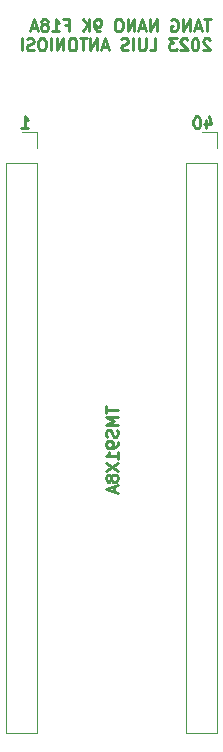
<source format=gbr>
%TF.GenerationSoftware,KiCad,Pcbnew,7.0.1*%
%TF.CreationDate,2023-05-22T13:15:01-07:00*%
%TF.ProjectId,tn9k_f18a,746e396b-5f66-4313-9861-2e6b69636164,rev?*%
%TF.SameCoordinates,Original*%
%TF.FileFunction,Legend,Bot*%
%TF.FilePolarity,Positive*%
%FSLAX46Y46*%
G04 Gerber Fmt 4.6, Leading zero omitted, Abs format (unit mm)*
G04 Created by KiCad (PCBNEW 7.0.1) date 2023-05-22 13:15:01*
%MOMM*%
%LPD*%
G01*
G04 APERTURE LIST*
%ADD10C,0.250000*%
%ADD11C,0.120000*%
G04 APERTURE END LIST*
D10*
X169259333Y-53363752D02*
X169259333Y-54030419D01*
X169497428Y-52982800D02*
X169735523Y-53697085D01*
X169735523Y-53697085D02*
X169116476Y-53697085D01*
X168545047Y-53030419D02*
X168449809Y-53030419D01*
X168449809Y-53030419D02*
X168354571Y-53078038D01*
X168354571Y-53078038D02*
X168306952Y-53125657D01*
X168306952Y-53125657D02*
X168259333Y-53220895D01*
X168259333Y-53220895D02*
X168211714Y-53411371D01*
X168211714Y-53411371D02*
X168211714Y-53649466D01*
X168211714Y-53649466D02*
X168259333Y-53839942D01*
X168259333Y-53839942D02*
X168306952Y-53935180D01*
X168306952Y-53935180D02*
X168354571Y-53982800D01*
X168354571Y-53982800D02*
X168449809Y-54030419D01*
X168449809Y-54030419D02*
X168545047Y-54030419D01*
X168545047Y-54030419D02*
X168640285Y-53982800D01*
X168640285Y-53982800D02*
X168687904Y-53935180D01*
X168687904Y-53935180D02*
X168735523Y-53839942D01*
X168735523Y-53839942D02*
X168783142Y-53649466D01*
X168783142Y-53649466D02*
X168783142Y-53411371D01*
X168783142Y-53411371D02*
X168735523Y-53220895D01*
X168735523Y-53220895D02*
X168687904Y-53125657D01*
X168687904Y-53125657D02*
X168640285Y-53078038D01*
X168640285Y-53078038D02*
X168545047Y-53030419D01*
X153619295Y-54030419D02*
X154190723Y-54030419D01*
X153905009Y-54030419D02*
X153905009Y-53030419D01*
X153905009Y-53030419D02*
X154000247Y-53173276D01*
X154000247Y-53173276D02*
X154095485Y-53268514D01*
X154095485Y-53268514D02*
X154190723Y-53316133D01*
X160802619Y-77565238D02*
X160802619Y-78136666D01*
X161802619Y-77850952D02*
X160802619Y-77850952D01*
X161802619Y-78470000D02*
X160802619Y-78470000D01*
X160802619Y-78470000D02*
X161516904Y-78803333D01*
X161516904Y-78803333D02*
X160802619Y-79136666D01*
X160802619Y-79136666D02*
X161802619Y-79136666D01*
X161755000Y-79565238D02*
X161802619Y-79708095D01*
X161802619Y-79708095D02*
X161802619Y-79946190D01*
X161802619Y-79946190D02*
X161755000Y-80041428D01*
X161755000Y-80041428D02*
X161707380Y-80089047D01*
X161707380Y-80089047D02*
X161612142Y-80136666D01*
X161612142Y-80136666D02*
X161516904Y-80136666D01*
X161516904Y-80136666D02*
X161421666Y-80089047D01*
X161421666Y-80089047D02*
X161374047Y-80041428D01*
X161374047Y-80041428D02*
X161326428Y-79946190D01*
X161326428Y-79946190D02*
X161278809Y-79755714D01*
X161278809Y-79755714D02*
X161231190Y-79660476D01*
X161231190Y-79660476D02*
X161183571Y-79612857D01*
X161183571Y-79612857D02*
X161088333Y-79565238D01*
X161088333Y-79565238D02*
X160993095Y-79565238D01*
X160993095Y-79565238D02*
X160897857Y-79612857D01*
X160897857Y-79612857D02*
X160850238Y-79660476D01*
X160850238Y-79660476D02*
X160802619Y-79755714D01*
X160802619Y-79755714D02*
X160802619Y-79993809D01*
X160802619Y-79993809D02*
X160850238Y-80136666D01*
X161802619Y-80612857D02*
X161802619Y-80803333D01*
X161802619Y-80803333D02*
X161755000Y-80898571D01*
X161755000Y-80898571D02*
X161707380Y-80946190D01*
X161707380Y-80946190D02*
X161564523Y-81041428D01*
X161564523Y-81041428D02*
X161374047Y-81089047D01*
X161374047Y-81089047D02*
X160993095Y-81089047D01*
X160993095Y-81089047D02*
X160897857Y-81041428D01*
X160897857Y-81041428D02*
X160850238Y-80993809D01*
X160850238Y-80993809D02*
X160802619Y-80898571D01*
X160802619Y-80898571D02*
X160802619Y-80708095D01*
X160802619Y-80708095D02*
X160850238Y-80612857D01*
X160850238Y-80612857D02*
X160897857Y-80565238D01*
X160897857Y-80565238D02*
X160993095Y-80517619D01*
X160993095Y-80517619D02*
X161231190Y-80517619D01*
X161231190Y-80517619D02*
X161326428Y-80565238D01*
X161326428Y-80565238D02*
X161374047Y-80612857D01*
X161374047Y-80612857D02*
X161421666Y-80708095D01*
X161421666Y-80708095D02*
X161421666Y-80898571D01*
X161421666Y-80898571D02*
X161374047Y-80993809D01*
X161374047Y-80993809D02*
X161326428Y-81041428D01*
X161326428Y-81041428D02*
X161231190Y-81089047D01*
X161802619Y-82041428D02*
X161802619Y-81470000D01*
X161802619Y-81755714D02*
X160802619Y-81755714D01*
X160802619Y-81755714D02*
X160945476Y-81660476D01*
X160945476Y-81660476D02*
X161040714Y-81565238D01*
X161040714Y-81565238D02*
X161088333Y-81470000D01*
X160802619Y-82374762D02*
X161802619Y-83041428D01*
X160802619Y-83041428D02*
X161802619Y-82374762D01*
X161231190Y-83565238D02*
X161183571Y-83470000D01*
X161183571Y-83470000D02*
X161135952Y-83422381D01*
X161135952Y-83422381D02*
X161040714Y-83374762D01*
X161040714Y-83374762D02*
X160993095Y-83374762D01*
X160993095Y-83374762D02*
X160897857Y-83422381D01*
X160897857Y-83422381D02*
X160850238Y-83470000D01*
X160850238Y-83470000D02*
X160802619Y-83565238D01*
X160802619Y-83565238D02*
X160802619Y-83755714D01*
X160802619Y-83755714D02*
X160850238Y-83850952D01*
X160850238Y-83850952D02*
X160897857Y-83898571D01*
X160897857Y-83898571D02*
X160993095Y-83946190D01*
X160993095Y-83946190D02*
X161040714Y-83946190D01*
X161040714Y-83946190D02*
X161135952Y-83898571D01*
X161135952Y-83898571D02*
X161183571Y-83850952D01*
X161183571Y-83850952D02*
X161231190Y-83755714D01*
X161231190Y-83755714D02*
X161231190Y-83565238D01*
X161231190Y-83565238D02*
X161278809Y-83470000D01*
X161278809Y-83470000D02*
X161326428Y-83422381D01*
X161326428Y-83422381D02*
X161421666Y-83374762D01*
X161421666Y-83374762D02*
X161612142Y-83374762D01*
X161612142Y-83374762D02*
X161707380Y-83422381D01*
X161707380Y-83422381D02*
X161755000Y-83470000D01*
X161755000Y-83470000D02*
X161802619Y-83565238D01*
X161802619Y-83565238D02*
X161802619Y-83755714D01*
X161802619Y-83755714D02*
X161755000Y-83850952D01*
X161755000Y-83850952D02*
X161707380Y-83898571D01*
X161707380Y-83898571D02*
X161612142Y-83946190D01*
X161612142Y-83946190D02*
X161421666Y-83946190D01*
X161421666Y-83946190D02*
X161326428Y-83898571D01*
X161326428Y-83898571D02*
X161278809Y-83850952D01*
X161278809Y-83850952D02*
X161231190Y-83755714D01*
X161516904Y-84327143D02*
X161516904Y-84803333D01*
X161802619Y-84231905D02*
X160802619Y-84565238D01*
X160802619Y-84565238D02*
X161802619Y-84898571D01*
X169678361Y-44806419D02*
X169106933Y-44806419D01*
X169392647Y-45806419D02*
X169392647Y-44806419D01*
X168821218Y-45520704D02*
X168345028Y-45520704D01*
X168916456Y-45806419D02*
X168583123Y-44806419D01*
X168583123Y-44806419D02*
X168249790Y-45806419D01*
X167916456Y-45806419D02*
X167916456Y-44806419D01*
X167916456Y-44806419D02*
X167345028Y-45806419D01*
X167345028Y-45806419D02*
X167345028Y-44806419D01*
X166345028Y-44854038D02*
X166440266Y-44806419D01*
X166440266Y-44806419D02*
X166583123Y-44806419D01*
X166583123Y-44806419D02*
X166725980Y-44854038D01*
X166725980Y-44854038D02*
X166821218Y-44949276D01*
X166821218Y-44949276D02*
X166868837Y-45044514D01*
X166868837Y-45044514D02*
X166916456Y-45234990D01*
X166916456Y-45234990D02*
X166916456Y-45377847D01*
X166916456Y-45377847D02*
X166868837Y-45568323D01*
X166868837Y-45568323D02*
X166821218Y-45663561D01*
X166821218Y-45663561D02*
X166725980Y-45758800D01*
X166725980Y-45758800D02*
X166583123Y-45806419D01*
X166583123Y-45806419D02*
X166487885Y-45806419D01*
X166487885Y-45806419D02*
X166345028Y-45758800D01*
X166345028Y-45758800D02*
X166297409Y-45711180D01*
X166297409Y-45711180D02*
X166297409Y-45377847D01*
X166297409Y-45377847D02*
X166487885Y-45377847D01*
X165106932Y-45806419D02*
X165106932Y-44806419D01*
X165106932Y-44806419D02*
X164535504Y-45806419D01*
X164535504Y-45806419D02*
X164535504Y-44806419D01*
X164106932Y-45520704D02*
X163630742Y-45520704D01*
X164202170Y-45806419D02*
X163868837Y-44806419D01*
X163868837Y-44806419D02*
X163535504Y-45806419D01*
X163202170Y-45806419D02*
X163202170Y-44806419D01*
X163202170Y-44806419D02*
X162630742Y-45806419D01*
X162630742Y-45806419D02*
X162630742Y-44806419D01*
X161964075Y-44806419D02*
X161773599Y-44806419D01*
X161773599Y-44806419D02*
X161678361Y-44854038D01*
X161678361Y-44854038D02*
X161583123Y-44949276D01*
X161583123Y-44949276D02*
X161535504Y-45139752D01*
X161535504Y-45139752D02*
X161535504Y-45473085D01*
X161535504Y-45473085D02*
X161583123Y-45663561D01*
X161583123Y-45663561D02*
X161678361Y-45758800D01*
X161678361Y-45758800D02*
X161773599Y-45806419D01*
X161773599Y-45806419D02*
X161964075Y-45806419D01*
X161964075Y-45806419D02*
X162059313Y-45758800D01*
X162059313Y-45758800D02*
X162154551Y-45663561D01*
X162154551Y-45663561D02*
X162202170Y-45473085D01*
X162202170Y-45473085D02*
X162202170Y-45139752D01*
X162202170Y-45139752D02*
X162154551Y-44949276D01*
X162154551Y-44949276D02*
X162059313Y-44854038D01*
X162059313Y-44854038D02*
X161964075Y-44806419D01*
X160297408Y-45806419D02*
X160106932Y-45806419D01*
X160106932Y-45806419D02*
X160011694Y-45758800D01*
X160011694Y-45758800D02*
X159964075Y-45711180D01*
X159964075Y-45711180D02*
X159868837Y-45568323D01*
X159868837Y-45568323D02*
X159821218Y-45377847D01*
X159821218Y-45377847D02*
X159821218Y-44996895D01*
X159821218Y-44996895D02*
X159868837Y-44901657D01*
X159868837Y-44901657D02*
X159916456Y-44854038D01*
X159916456Y-44854038D02*
X160011694Y-44806419D01*
X160011694Y-44806419D02*
X160202170Y-44806419D01*
X160202170Y-44806419D02*
X160297408Y-44854038D01*
X160297408Y-44854038D02*
X160345027Y-44901657D01*
X160345027Y-44901657D02*
X160392646Y-44996895D01*
X160392646Y-44996895D02*
X160392646Y-45234990D01*
X160392646Y-45234990D02*
X160345027Y-45330228D01*
X160345027Y-45330228D02*
X160297408Y-45377847D01*
X160297408Y-45377847D02*
X160202170Y-45425466D01*
X160202170Y-45425466D02*
X160011694Y-45425466D01*
X160011694Y-45425466D02*
X159916456Y-45377847D01*
X159916456Y-45377847D02*
X159868837Y-45330228D01*
X159868837Y-45330228D02*
X159821218Y-45234990D01*
X159392646Y-45806419D02*
X159392646Y-44806419D01*
X158821218Y-45806419D02*
X159249789Y-45234990D01*
X158821218Y-44806419D02*
X159392646Y-45377847D01*
X157297408Y-45282609D02*
X157630741Y-45282609D01*
X157630741Y-45806419D02*
X157630741Y-44806419D01*
X157630741Y-44806419D02*
X157154551Y-44806419D01*
X156249789Y-45806419D02*
X156821217Y-45806419D01*
X156535503Y-45806419D02*
X156535503Y-44806419D01*
X156535503Y-44806419D02*
X156630741Y-44949276D01*
X156630741Y-44949276D02*
X156725979Y-45044514D01*
X156725979Y-45044514D02*
X156821217Y-45092133D01*
X155678360Y-45234990D02*
X155773598Y-45187371D01*
X155773598Y-45187371D02*
X155821217Y-45139752D01*
X155821217Y-45139752D02*
X155868836Y-45044514D01*
X155868836Y-45044514D02*
X155868836Y-44996895D01*
X155868836Y-44996895D02*
X155821217Y-44901657D01*
X155821217Y-44901657D02*
X155773598Y-44854038D01*
X155773598Y-44854038D02*
X155678360Y-44806419D01*
X155678360Y-44806419D02*
X155487884Y-44806419D01*
X155487884Y-44806419D02*
X155392646Y-44854038D01*
X155392646Y-44854038D02*
X155345027Y-44901657D01*
X155345027Y-44901657D02*
X155297408Y-44996895D01*
X155297408Y-44996895D02*
X155297408Y-45044514D01*
X155297408Y-45044514D02*
X155345027Y-45139752D01*
X155345027Y-45139752D02*
X155392646Y-45187371D01*
X155392646Y-45187371D02*
X155487884Y-45234990D01*
X155487884Y-45234990D02*
X155678360Y-45234990D01*
X155678360Y-45234990D02*
X155773598Y-45282609D01*
X155773598Y-45282609D02*
X155821217Y-45330228D01*
X155821217Y-45330228D02*
X155868836Y-45425466D01*
X155868836Y-45425466D02*
X155868836Y-45615942D01*
X155868836Y-45615942D02*
X155821217Y-45711180D01*
X155821217Y-45711180D02*
X155773598Y-45758800D01*
X155773598Y-45758800D02*
X155678360Y-45806419D01*
X155678360Y-45806419D02*
X155487884Y-45806419D01*
X155487884Y-45806419D02*
X155392646Y-45758800D01*
X155392646Y-45758800D02*
X155345027Y-45711180D01*
X155345027Y-45711180D02*
X155297408Y-45615942D01*
X155297408Y-45615942D02*
X155297408Y-45425466D01*
X155297408Y-45425466D02*
X155345027Y-45330228D01*
X155345027Y-45330228D02*
X155392646Y-45282609D01*
X155392646Y-45282609D02*
X155487884Y-45234990D01*
X154916455Y-45520704D02*
X154440265Y-45520704D01*
X155011693Y-45806419D02*
X154678360Y-44806419D01*
X154678360Y-44806419D02*
X154345027Y-45806419D01*
X169583123Y-46521657D02*
X169535504Y-46474038D01*
X169535504Y-46474038D02*
X169440266Y-46426419D01*
X169440266Y-46426419D02*
X169202171Y-46426419D01*
X169202171Y-46426419D02*
X169106933Y-46474038D01*
X169106933Y-46474038D02*
X169059314Y-46521657D01*
X169059314Y-46521657D02*
X169011695Y-46616895D01*
X169011695Y-46616895D02*
X169011695Y-46712133D01*
X169011695Y-46712133D02*
X169059314Y-46854990D01*
X169059314Y-46854990D02*
X169630742Y-47426419D01*
X169630742Y-47426419D02*
X169011695Y-47426419D01*
X168392647Y-46426419D02*
X168297409Y-46426419D01*
X168297409Y-46426419D02*
X168202171Y-46474038D01*
X168202171Y-46474038D02*
X168154552Y-46521657D01*
X168154552Y-46521657D02*
X168106933Y-46616895D01*
X168106933Y-46616895D02*
X168059314Y-46807371D01*
X168059314Y-46807371D02*
X168059314Y-47045466D01*
X168059314Y-47045466D02*
X168106933Y-47235942D01*
X168106933Y-47235942D02*
X168154552Y-47331180D01*
X168154552Y-47331180D02*
X168202171Y-47378800D01*
X168202171Y-47378800D02*
X168297409Y-47426419D01*
X168297409Y-47426419D02*
X168392647Y-47426419D01*
X168392647Y-47426419D02*
X168487885Y-47378800D01*
X168487885Y-47378800D02*
X168535504Y-47331180D01*
X168535504Y-47331180D02*
X168583123Y-47235942D01*
X168583123Y-47235942D02*
X168630742Y-47045466D01*
X168630742Y-47045466D02*
X168630742Y-46807371D01*
X168630742Y-46807371D02*
X168583123Y-46616895D01*
X168583123Y-46616895D02*
X168535504Y-46521657D01*
X168535504Y-46521657D02*
X168487885Y-46474038D01*
X168487885Y-46474038D02*
X168392647Y-46426419D01*
X167678361Y-46521657D02*
X167630742Y-46474038D01*
X167630742Y-46474038D02*
X167535504Y-46426419D01*
X167535504Y-46426419D02*
X167297409Y-46426419D01*
X167297409Y-46426419D02*
X167202171Y-46474038D01*
X167202171Y-46474038D02*
X167154552Y-46521657D01*
X167154552Y-46521657D02*
X167106933Y-46616895D01*
X167106933Y-46616895D02*
X167106933Y-46712133D01*
X167106933Y-46712133D02*
X167154552Y-46854990D01*
X167154552Y-46854990D02*
X167725980Y-47426419D01*
X167725980Y-47426419D02*
X167106933Y-47426419D01*
X166773599Y-46426419D02*
X166154552Y-46426419D01*
X166154552Y-46426419D02*
X166487885Y-46807371D01*
X166487885Y-46807371D02*
X166345028Y-46807371D01*
X166345028Y-46807371D02*
X166249790Y-46854990D01*
X166249790Y-46854990D02*
X166202171Y-46902609D01*
X166202171Y-46902609D02*
X166154552Y-46997847D01*
X166154552Y-46997847D02*
X166154552Y-47235942D01*
X166154552Y-47235942D02*
X166202171Y-47331180D01*
X166202171Y-47331180D02*
X166249790Y-47378800D01*
X166249790Y-47378800D02*
X166345028Y-47426419D01*
X166345028Y-47426419D02*
X166630742Y-47426419D01*
X166630742Y-47426419D02*
X166725980Y-47378800D01*
X166725980Y-47378800D02*
X166773599Y-47331180D01*
X164487885Y-47426419D02*
X164964075Y-47426419D01*
X164964075Y-47426419D02*
X164964075Y-46426419D01*
X164154551Y-46426419D02*
X164154551Y-47235942D01*
X164154551Y-47235942D02*
X164106932Y-47331180D01*
X164106932Y-47331180D02*
X164059313Y-47378800D01*
X164059313Y-47378800D02*
X163964075Y-47426419D01*
X163964075Y-47426419D02*
X163773599Y-47426419D01*
X163773599Y-47426419D02*
X163678361Y-47378800D01*
X163678361Y-47378800D02*
X163630742Y-47331180D01*
X163630742Y-47331180D02*
X163583123Y-47235942D01*
X163583123Y-47235942D02*
X163583123Y-46426419D01*
X163106932Y-47426419D02*
X163106932Y-46426419D01*
X162678361Y-47378800D02*
X162535504Y-47426419D01*
X162535504Y-47426419D02*
X162297409Y-47426419D01*
X162297409Y-47426419D02*
X162202171Y-47378800D01*
X162202171Y-47378800D02*
X162154552Y-47331180D01*
X162154552Y-47331180D02*
X162106933Y-47235942D01*
X162106933Y-47235942D02*
X162106933Y-47140704D01*
X162106933Y-47140704D02*
X162154552Y-47045466D01*
X162154552Y-47045466D02*
X162202171Y-46997847D01*
X162202171Y-46997847D02*
X162297409Y-46950228D01*
X162297409Y-46950228D02*
X162487885Y-46902609D01*
X162487885Y-46902609D02*
X162583123Y-46854990D01*
X162583123Y-46854990D02*
X162630742Y-46807371D01*
X162630742Y-46807371D02*
X162678361Y-46712133D01*
X162678361Y-46712133D02*
X162678361Y-46616895D01*
X162678361Y-46616895D02*
X162630742Y-46521657D01*
X162630742Y-46521657D02*
X162583123Y-46474038D01*
X162583123Y-46474038D02*
X162487885Y-46426419D01*
X162487885Y-46426419D02*
X162249790Y-46426419D01*
X162249790Y-46426419D02*
X162106933Y-46474038D01*
X160964075Y-47140704D02*
X160487885Y-47140704D01*
X161059313Y-47426419D02*
X160725980Y-46426419D01*
X160725980Y-46426419D02*
X160392647Y-47426419D01*
X160059313Y-47426419D02*
X160059313Y-46426419D01*
X160059313Y-46426419D02*
X159487885Y-47426419D01*
X159487885Y-47426419D02*
X159487885Y-46426419D01*
X159154551Y-46426419D02*
X158583123Y-46426419D01*
X158868837Y-47426419D02*
X158868837Y-46426419D01*
X158059313Y-46426419D02*
X157868837Y-46426419D01*
X157868837Y-46426419D02*
X157773599Y-46474038D01*
X157773599Y-46474038D02*
X157678361Y-46569276D01*
X157678361Y-46569276D02*
X157630742Y-46759752D01*
X157630742Y-46759752D02*
X157630742Y-47093085D01*
X157630742Y-47093085D02*
X157678361Y-47283561D01*
X157678361Y-47283561D02*
X157773599Y-47378800D01*
X157773599Y-47378800D02*
X157868837Y-47426419D01*
X157868837Y-47426419D02*
X158059313Y-47426419D01*
X158059313Y-47426419D02*
X158154551Y-47378800D01*
X158154551Y-47378800D02*
X158249789Y-47283561D01*
X158249789Y-47283561D02*
X158297408Y-47093085D01*
X158297408Y-47093085D02*
X158297408Y-46759752D01*
X158297408Y-46759752D02*
X158249789Y-46569276D01*
X158249789Y-46569276D02*
X158154551Y-46474038D01*
X158154551Y-46474038D02*
X158059313Y-46426419D01*
X157202170Y-47426419D02*
X157202170Y-46426419D01*
X157202170Y-46426419D02*
X156630742Y-47426419D01*
X156630742Y-47426419D02*
X156630742Y-46426419D01*
X156154551Y-47426419D02*
X156154551Y-46426419D01*
X155487885Y-46426419D02*
X155297409Y-46426419D01*
X155297409Y-46426419D02*
X155202171Y-46474038D01*
X155202171Y-46474038D02*
X155106933Y-46569276D01*
X155106933Y-46569276D02*
X155059314Y-46759752D01*
X155059314Y-46759752D02*
X155059314Y-47093085D01*
X155059314Y-47093085D02*
X155106933Y-47283561D01*
X155106933Y-47283561D02*
X155202171Y-47378800D01*
X155202171Y-47378800D02*
X155297409Y-47426419D01*
X155297409Y-47426419D02*
X155487885Y-47426419D01*
X155487885Y-47426419D02*
X155583123Y-47378800D01*
X155583123Y-47378800D02*
X155678361Y-47283561D01*
X155678361Y-47283561D02*
X155725980Y-47093085D01*
X155725980Y-47093085D02*
X155725980Y-46759752D01*
X155725980Y-46759752D02*
X155678361Y-46569276D01*
X155678361Y-46569276D02*
X155583123Y-46474038D01*
X155583123Y-46474038D02*
X155487885Y-46426419D01*
X154678361Y-47378800D02*
X154535504Y-47426419D01*
X154535504Y-47426419D02*
X154297409Y-47426419D01*
X154297409Y-47426419D02*
X154202171Y-47378800D01*
X154202171Y-47378800D02*
X154154552Y-47331180D01*
X154154552Y-47331180D02*
X154106933Y-47235942D01*
X154106933Y-47235942D02*
X154106933Y-47140704D01*
X154106933Y-47140704D02*
X154154552Y-47045466D01*
X154154552Y-47045466D02*
X154202171Y-46997847D01*
X154202171Y-46997847D02*
X154297409Y-46950228D01*
X154297409Y-46950228D02*
X154487885Y-46902609D01*
X154487885Y-46902609D02*
X154583123Y-46854990D01*
X154583123Y-46854990D02*
X154630742Y-46807371D01*
X154630742Y-46807371D02*
X154678361Y-46712133D01*
X154678361Y-46712133D02*
X154678361Y-46616895D01*
X154678361Y-46616895D02*
X154630742Y-46521657D01*
X154630742Y-46521657D02*
X154583123Y-46474038D01*
X154583123Y-46474038D02*
X154487885Y-46426419D01*
X154487885Y-46426419D02*
X154249790Y-46426419D01*
X154249790Y-46426419D02*
X154106933Y-46474038D01*
X153678361Y-47426419D02*
X153678361Y-46426419D01*
D11*
%TO.C,J2*%
X170240000Y-105266800D02*
X167580000Y-105266800D01*
X170240000Y-56946800D02*
X170240000Y-105266800D01*
X170240000Y-56946800D02*
X167580000Y-56946800D01*
X170240000Y-55676800D02*
X170240000Y-54346800D01*
X170240000Y-54346800D02*
X168910000Y-54346800D01*
X167580000Y-56946800D02*
X167580000Y-105266800D01*
%TO.C,J1*%
X155000000Y-105266800D02*
X152340000Y-105266800D01*
X155000000Y-56946800D02*
X155000000Y-105266800D01*
X155000000Y-56946800D02*
X152340000Y-56946800D01*
X155000000Y-55676800D02*
X155000000Y-54346800D01*
X155000000Y-54346800D02*
X153670000Y-54346800D01*
X152340000Y-56946800D02*
X152340000Y-105266800D01*
%TD*%
M02*

</source>
